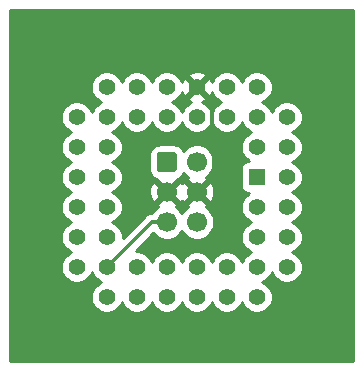
<source format=gbl>
%TF.GenerationSoftware,KiCad,Pcbnew,5.1.9+dfsg1-1+deb11u1*%
%TF.CreationDate,2022-11-30T10:20:37+01:00*%
%TF.ProjectId,A1200MPU-Adapter,41313230-304d-4505-952d-416461707465,2.0*%
%TF.SameCoordinates,Original*%
%TF.FileFunction,Copper,L2,Bot*%
%TF.FilePolarity,Positive*%
%FSLAX46Y46*%
G04 Gerber Fmt 4.6, Leading zero omitted, Abs format (unit mm)*
G04 Created by KiCad (PCBNEW 5.1.9+dfsg1-1+deb11u1) date 2022-11-30 10:20:37*
%MOMM*%
%LPD*%
G01*
G04 APERTURE LIST*
%TA.AperFunction,ComponentPad*%
%ADD10C,1.700000*%
%TD*%
%TA.AperFunction,ComponentPad*%
%ADD11R,1.422400X1.422400*%
%TD*%
%TA.AperFunction,ComponentPad*%
%ADD12C,1.422400*%
%TD*%
%TA.AperFunction,Conductor*%
%ADD13C,0.300000*%
%TD*%
%TA.AperFunction,Conductor*%
%ADD14C,0.254000*%
%TD*%
%TA.AperFunction,Conductor*%
%ADD15C,0.100000*%
%TD*%
G04 APERTURE END LIST*
%TO.P,P1,1*%
%TO.N,mKBD_CLOCK*%
%TA.AperFunction,ComponentPad*%
G36*
G01*
X145200000Y-102454000D02*
X145200000Y-101254000D01*
G75*
G02*
X145450000Y-101004000I250000J0D01*
G01*
X146650000Y-101004000D01*
G75*
G02*
X146900000Y-101254000I0J-250000D01*
G01*
X146900000Y-102454000D01*
G75*
G02*
X146650000Y-102704000I-250000J0D01*
G01*
X145450000Y-102704000D01*
G75*
G02*
X145200000Y-102454000I0J250000D01*
G01*
G37*
%TD.AperFunction*%
D10*
%TO.P,P1,3*%
%TO.N,GND*%
X146050000Y-104394000D03*
%TO.P,P1,5*%
%TO.N,mKBD_RESET*%
X146050000Y-106934000D03*
%TO.P,P1,2*%
%TO.N,mKBD_DATA*%
X148590000Y-101854000D03*
%TO.P,P1,4*%
%TO.N,GND*%
X148590000Y-104394000D03*
%TO.P,P1,6*%
%TO.N,VCC5V*%
X148590000Y-106934000D03*
%TD*%
D11*
%TO.P,U1,1*%
%TO.N,N/C*%
X153670000Y-103124000D03*
D12*
%TO.P,U1,3*%
X153670000Y-105664000D03*
%TO.P,U1,5*%
X153670000Y-108204000D03*
%TO.P,U1,43*%
%TO.N,mKBD_CLOCK*%
X153670000Y-100584000D03*
%TO.P,U1,41*%
%TO.N,N/C*%
X153670000Y-98044000D03*
%TO.P,U1,2*%
X156210000Y-105664000D03*
%TO.P,U1,4*%
X156210000Y-108204000D03*
%TO.P,U1,6*%
X156210000Y-110744000D03*
%TO.P,U1,44*%
%TO.N,mKBD_DATA*%
X156210000Y-103124000D03*
%TO.P,U1,42*%
%TO.N,N/C*%
X156210000Y-100584000D03*
%TO.P,U1,8*%
X153670000Y-110744000D03*
%TO.P,U1,10*%
X151130000Y-110744000D03*
%TO.P,U1,12*%
X148590000Y-110744000D03*
%TO.P,U1,14*%
X146050000Y-110744000D03*
%TO.P,U1,16*%
X143510000Y-110744000D03*
%TO.P,U1,7*%
X153670000Y-113284000D03*
%TO.P,U1,9*%
X151130000Y-113284000D03*
%TO.P,U1,11*%
%TO.N,VCC5V*%
X148590000Y-113284000D03*
%TO.P,U1,13*%
X146050000Y-113284000D03*
%TO.P,U1,15*%
%TO.N,N/C*%
X143510000Y-113284000D03*
%TO.P,U1,17*%
X140970000Y-113284000D03*
%TO.P,U1,19*%
%TO.N,mKBD_RESET*%
X140970000Y-110744000D03*
%TO.P,U1,21*%
%TO.N,N/C*%
X140970000Y-108204000D03*
%TO.P,U1,23*%
X140970000Y-105664000D03*
%TO.P,U1,25*%
X140970000Y-103124000D03*
%TO.P,U1,27*%
X140970000Y-100584000D03*
%TO.P,U1,29*%
X140970000Y-95504000D03*
%TO.P,U1,18*%
X138430000Y-110744000D03*
%TO.P,U1,20*%
X138430000Y-108204000D03*
%TO.P,U1,22*%
X138430000Y-105664000D03*
%TO.P,U1,24*%
X138430000Y-103124000D03*
%TO.P,U1,26*%
X138430000Y-100584000D03*
%TO.P,U1,28*%
X138430000Y-98044000D03*
%TO.P,U1,30*%
X140970000Y-98044000D03*
%TO.P,U1,32*%
X143510000Y-98044000D03*
%TO.P,U1,34*%
X146050000Y-98044000D03*
%TO.P,U1,36*%
X148590000Y-98044000D03*
%TO.P,U1,38*%
X151130000Y-98044000D03*
%TO.P,U1,40*%
X156210000Y-98044000D03*
%TO.P,U1,31*%
X143510000Y-95504000D03*
%TO.P,U1,33*%
X146050000Y-95504000D03*
%TO.P,U1,35*%
%TO.N,GND*%
X148590000Y-95504000D03*
%TO.P,U1,37*%
%TO.N,N/C*%
X151130000Y-95504000D03*
%TO.P,U1,39*%
X153670000Y-95504000D03*
%TD*%
D13*
%TO.N,GND*%
X148590000Y-104394000D02*
X150014000Y-102970000D01*
X150014000Y-102970000D02*
X150014000Y-99104000D01*
X150014000Y-99104000D02*
X149880000Y-98970000D01*
X149880000Y-98970000D02*
X149880000Y-96794000D01*
X149880000Y-96794000D02*
X148590000Y-95504000D01*
%TO.N,mKBD_RESET*%
X140970000Y-110744000D02*
X144780000Y-106934000D01*
X144780000Y-106934000D02*
X146050000Y-106934000D01*
%TD*%
D14*
%TO.N,GND*%
X161850001Y-118670000D02*
X132790000Y-118670000D01*
X132790000Y-97911411D01*
X137083800Y-97911411D01*
X137083800Y-98176589D01*
X137135533Y-98436672D01*
X137237013Y-98681665D01*
X137384338Y-98902153D01*
X137571847Y-99089662D01*
X137792335Y-99236987D01*
X137978260Y-99314000D01*
X137792335Y-99391013D01*
X137571847Y-99538338D01*
X137384338Y-99725847D01*
X137237013Y-99946335D01*
X137135533Y-100191328D01*
X137083800Y-100451411D01*
X137083800Y-100716589D01*
X137135533Y-100976672D01*
X137237013Y-101221665D01*
X137384338Y-101442153D01*
X137571847Y-101629662D01*
X137792335Y-101776987D01*
X137978260Y-101854000D01*
X137792335Y-101931013D01*
X137571847Y-102078338D01*
X137384338Y-102265847D01*
X137237013Y-102486335D01*
X137135533Y-102731328D01*
X137083800Y-102991411D01*
X137083800Y-103256589D01*
X137135533Y-103516672D01*
X137237013Y-103761665D01*
X137384338Y-103982153D01*
X137571847Y-104169662D01*
X137792335Y-104316987D01*
X137978260Y-104394000D01*
X137792335Y-104471013D01*
X137571847Y-104618338D01*
X137384338Y-104805847D01*
X137237013Y-105026335D01*
X137135533Y-105271328D01*
X137083800Y-105531411D01*
X137083800Y-105796589D01*
X137135533Y-106056672D01*
X137237013Y-106301665D01*
X137384338Y-106522153D01*
X137571847Y-106709662D01*
X137792335Y-106856987D01*
X137978260Y-106934000D01*
X137792335Y-107011013D01*
X137571847Y-107158338D01*
X137384338Y-107345847D01*
X137237013Y-107566335D01*
X137135533Y-107811328D01*
X137083800Y-108071411D01*
X137083800Y-108336589D01*
X137135533Y-108596672D01*
X137237013Y-108841665D01*
X137384338Y-109062153D01*
X137571847Y-109249662D01*
X137792335Y-109396987D01*
X137978260Y-109474000D01*
X137792335Y-109551013D01*
X137571847Y-109698338D01*
X137384338Y-109885847D01*
X137237013Y-110106335D01*
X137135533Y-110351328D01*
X137083800Y-110611411D01*
X137083800Y-110876589D01*
X137135533Y-111136672D01*
X137237013Y-111381665D01*
X137384338Y-111602153D01*
X137571847Y-111789662D01*
X137792335Y-111936987D01*
X138037328Y-112038467D01*
X138297411Y-112090200D01*
X138562589Y-112090200D01*
X138822672Y-112038467D01*
X139067665Y-111936987D01*
X139288153Y-111789662D01*
X139475662Y-111602153D01*
X139622987Y-111381665D01*
X139700000Y-111195740D01*
X139777013Y-111381665D01*
X139924338Y-111602153D01*
X140111847Y-111789662D01*
X140332335Y-111936987D01*
X140518260Y-112014000D01*
X140332335Y-112091013D01*
X140111847Y-112238338D01*
X139924338Y-112425847D01*
X139777013Y-112646335D01*
X139675533Y-112891328D01*
X139623800Y-113151411D01*
X139623800Y-113416589D01*
X139675533Y-113676672D01*
X139777013Y-113921665D01*
X139924338Y-114142153D01*
X140111847Y-114329662D01*
X140332335Y-114476987D01*
X140577328Y-114578467D01*
X140837411Y-114630200D01*
X141102589Y-114630200D01*
X141362672Y-114578467D01*
X141607665Y-114476987D01*
X141828153Y-114329662D01*
X142015662Y-114142153D01*
X142162987Y-113921665D01*
X142240000Y-113735740D01*
X142317013Y-113921665D01*
X142464338Y-114142153D01*
X142651847Y-114329662D01*
X142872335Y-114476987D01*
X143117328Y-114578467D01*
X143377411Y-114630200D01*
X143642589Y-114630200D01*
X143902672Y-114578467D01*
X144147665Y-114476987D01*
X144368153Y-114329662D01*
X144555662Y-114142153D01*
X144702987Y-113921665D01*
X144780000Y-113735740D01*
X144857013Y-113921665D01*
X145004338Y-114142153D01*
X145191847Y-114329662D01*
X145412335Y-114476987D01*
X145657328Y-114578467D01*
X145917411Y-114630200D01*
X146182589Y-114630200D01*
X146442672Y-114578467D01*
X146687665Y-114476987D01*
X146908153Y-114329662D01*
X147095662Y-114142153D01*
X147242987Y-113921665D01*
X147320000Y-113735740D01*
X147397013Y-113921665D01*
X147544338Y-114142153D01*
X147731847Y-114329662D01*
X147952335Y-114476987D01*
X148197328Y-114578467D01*
X148457411Y-114630200D01*
X148722589Y-114630200D01*
X148982672Y-114578467D01*
X149227665Y-114476987D01*
X149448153Y-114329662D01*
X149635662Y-114142153D01*
X149782987Y-113921665D01*
X149860000Y-113735740D01*
X149937013Y-113921665D01*
X150084338Y-114142153D01*
X150271847Y-114329662D01*
X150492335Y-114476987D01*
X150737328Y-114578467D01*
X150997411Y-114630200D01*
X151262589Y-114630200D01*
X151522672Y-114578467D01*
X151767665Y-114476987D01*
X151988153Y-114329662D01*
X152175662Y-114142153D01*
X152322987Y-113921665D01*
X152400000Y-113735740D01*
X152477013Y-113921665D01*
X152624338Y-114142153D01*
X152811847Y-114329662D01*
X153032335Y-114476987D01*
X153277328Y-114578467D01*
X153537411Y-114630200D01*
X153802589Y-114630200D01*
X154062672Y-114578467D01*
X154307665Y-114476987D01*
X154528153Y-114329662D01*
X154715662Y-114142153D01*
X154862987Y-113921665D01*
X154964467Y-113676672D01*
X155016200Y-113416589D01*
X155016200Y-113151411D01*
X154964467Y-112891328D01*
X154862987Y-112646335D01*
X154715662Y-112425847D01*
X154528153Y-112238338D01*
X154307665Y-112091013D01*
X154121740Y-112014000D01*
X154307665Y-111936987D01*
X154528153Y-111789662D01*
X154715662Y-111602153D01*
X154862987Y-111381665D01*
X154940000Y-111195740D01*
X155017013Y-111381665D01*
X155164338Y-111602153D01*
X155351847Y-111789662D01*
X155572335Y-111936987D01*
X155817328Y-112038467D01*
X156077411Y-112090200D01*
X156342589Y-112090200D01*
X156602672Y-112038467D01*
X156847665Y-111936987D01*
X157068153Y-111789662D01*
X157255662Y-111602153D01*
X157402987Y-111381665D01*
X157504467Y-111136672D01*
X157556200Y-110876589D01*
X157556200Y-110611411D01*
X157504467Y-110351328D01*
X157402987Y-110106335D01*
X157255662Y-109885847D01*
X157068153Y-109698338D01*
X156847665Y-109551013D01*
X156661740Y-109474000D01*
X156847665Y-109396987D01*
X157068153Y-109249662D01*
X157255662Y-109062153D01*
X157402987Y-108841665D01*
X157504467Y-108596672D01*
X157556200Y-108336589D01*
X157556200Y-108071411D01*
X157504467Y-107811328D01*
X157402987Y-107566335D01*
X157255662Y-107345847D01*
X157068153Y-107158338D01*
X156847665Y-107011013D01*
X156661740Y-106934000D01*
X156847665Y-106856987D01*
X157068153Y-106709662D01*
X157255662Y-106522153D01*
X157402987Y-106301665D01*
X157504467Y-106056672D01*
X157556200Y-105796589D01*
X157556200Y-105531411D01*
X157504467Y-105271328D01*
X157402987Y-105026335D01*
X157255662Y-104805847D01*
X157068153Y-104618338D01*
X156847665Y-104471013D01*
X156661740Y-104394000D01*
X156847665Y-104316987D01*
X157068153Y-104169662D01*
X157255662Y-103982153D01*
X157402987Y-103761665D01*
X157504467Y-103516672D01*
X157556200Y-103256589D01*
X157556200Y-102991411D01*
X157504467Y-102731328D01*
X157402987Y-102486335D01*
X157255662Y-102265847D01*
X157068153Y-102078338D01*
X156847665Y-101931013D01*
X156661740Y-101854000D01*
X156847665Y-101776987D01*
X157068153Y-101629662D01*
X157255662Y-101442153D01*
X157402987Y-101221665D01*
X157504467Y-100976672D01*
X157556200Y-100716589D01*
X157556200Y-100451411D01*
X157504467Y-100191328D01*
X157402987Y-99946335D01*
X157255662Y-99725847D01*
X157068153Y-99538338D01*
X156847665Y-99391013D01*
X156661740Y-99314000D01*
X156847665Y-99236987D01*
X157068153Y-99089662D01*
X157255662Y-98902153D01*
X157402987Y-98681665D01*
X157504467Y-98436672D01*
X157556200Y-98176589D01*
X157556200Y-97911411D01*
X157504467Y-97651328D01*
X157402987Y-97406335D01*
X157255662Y-97185847D01*
X157068153Y-96998338D01*
X156847665Y-96851013D01*
X156602672Y-96749533D01*
X156342589Y-96697800D01*
X156077411Y-96697800D01*
X155817328Y-96749533D01*
X155572335Y-96851013D01*
X155351847Y-96998338D01*
X155164338Y-97185847D01*
X155017013Y-97406335D01*
X154940000Y-97592260D01*
X154862987Y-97406335D01*
X154715662Y-97185847D01*
X154528153Y-96998338D01*
X154307665Y-96851013D01*
X154121740Y-96774000D01*
X154307665Y-96696987D01*
X154528153Y-96549662D01*
X154715662Y-96362153D01*
X154862987Y-96141665D01*
X154964467Y-95896672D01*
X155016200Y-95636589D01*
X155016200Y-95371411D01*
X154964467Y-95111328D01*
X154862987Y-94866335D01*
X154715662Y-94645847D01*
X154528153Y-94458338D01*
X154307665Y-94311013D01*
X154062672Y-94209533D01*
X153802589Y-94157800D01*
X153537411Y-94157800D01*
X153277328Y-94209533D01*
X153032335Y-94311013D01*
X152811847Y-94458338D01*
X152624338Y-94645847D01*
X152477013Y-94866335D01*
X152400000Y-95052260D01*
X152322987Y-94866335D01*
X152175662Y-94645847D01*
X151988153Y-94458338D01*
X151767665Y-94311013D01*
X151522672Y-94209533D01*
X151262589Y-94157800D01*
X150997411Y-94157800D01*
X150737328Y-94209533D01*
X150492335Y-94311013D01*
X150271847Y-94458338D01*
X150084338Y-94645847D01*
X149937013Y-94866335D01*
X149859031Y-95054600D01*
X149809542Y-94918720D01*
X149754183Y-94815152D01*
X149519273Y-94754332D01*
X148769605Y-95504000D01*
X149519273Y-96253668D01*
X149754183Y-96192848D01*
X149862206Y-95961066D01*
X149937013Y-96141665D01*
X150084338Y-96362153D01*
X150271847Y-96549662D01*
X150492335Y-96696987D01*
X150678260Y-96774000D01*
X150492335Y-96851013D01*
X150271847Y-96998338D01*
X150084338Y-97185847D01*
X149937013Y-97406335D01*
X149860000Y-97592260D01*
X149782987Y-97406335D01*
X149635662Y-97185847D01*
X149448153Y-96998338D01*
X149227665Y-96851013D01*
X149039400Y-96773031D01*
X149175280Y-96723542D01*
X149278848Y-96668183D01*
X149339668Y-96433273D01*
X148590000Y-95683605D01*
X147840332Y-96433273D01*
X147901152Y-96668183D01*
X148132934Y-96776206D01*
X147952335Y-96851013D01*
X147731847Y-96998338D01*
X147544338Y-97185847D01*
X147397013Y-97406335D01*
X147320000Y-97592260D01*
X147242987Y-97406335D01*
X147095662Y-97185847D01*
X146908153Y-96998338D01*
X146687665Y-96851013D01*
X146501740Y-96774000D01*
X146687665Y-96696987D01*
X146908153Y-96549662D01*
X147095662Y-96362153D01*
X147242987Y-96141665D01*
X147320969Y-95953400D01*
X147370458Y-96089280D01*
X147425817Y-96192848D01*
X147660727Y-96253668D01*
X148410395Y-95504000D01*
X147660727Y-94754332D01*
X147425817Y-94815152D01*
X147317794Y-95046934D01*
X147242987Y-94866335D01*
X147095662Y-94645847D01*
X147024542Y-94574727D01*
X147840332Y-94574727D01*
X148590000Y-95324395D01*
X149339668Y-94574727D01*
X149278848Y-94339817D01*
X149038491Y-94227798D01*
X148780898Y-94164824D01*
X148515970Y-94153313D01*
X148253887Y-94193709D01*
X148004720Y-94284458D01*
X147901152Y-94339817D01*
X147840332Y-94574727D01*
X147024542Y-94574727D01*
X146908153Y-94458338D01*
X146687665Y-94311013D01*
X146442672Y-94209533D01*
X146182589Y-94157800D01*
X145917411Y-94157800D01*
X145657328Y-94209533D01*
X145412335Y-94311013D01*
X145191847Y-94458338D01*
X145004338Y-94645847D01*
X144857013Y-94866335D01*
X144780000Y-95052260D01*
X144702987Y-94866335D01*
X144555662Y-94645847D01*
X144368153Y-94458338D01*
X144147665Y-94311013D01*
X143902672Y-94209533D01*
X143642589Y-94157800D01*
X143377411Y-94157800D01*
X143117328Y-94209533D01*
X142872335Y-94311013D01*
X142651847Y-94458338D01*
X142464338Y-94645847D01*
X142317013Y-94866335D01*
X142240000Y-95052260D01*
X142162987Y-94866335D01*
X142015662Y-94645847D01*
X141828153Y-94458338D01*
X141607665Y-94311013D01*
X141362672Y-94209533D01*
X141102589Y-94157800D01*
X140837411Y-94157800D01*
X140577328Y-94209533D01*
X140332335Y-94311013D01*
X140111847Y-94458338D01*
X139924338Y-94645847D01*
X139777013Y-94866335D01*
X139675533Y-95111328D01*
X139623800Y-95371411D01*
X139623800Y-95636589D01*
X139675533Y-95896672D01*
X139777013Y-96141665D01*
X139924338Y-96362153D01*
X140111847Y-96549662D01*
X140332335Y-96696987D01*
X140518260Y-96774000D01*
X140332335Y-96851013D01*
X140111847Y-96998338D01*
X139924338Y-97185847D01*
X139777013Y-97406335D01*
X139700000Y-97592260D01*
X139622987Y-97406335D01*
X139475662Y-97185847D01*
X139288153Y-96998338D01*
X139067665Y-96851013D01*
X138822672Y-96749533D01*
X138562589Y-96697800D01*
X138297411Y-96697800D01*
X138037328Y-96749533D01*
X137792335Y-96851013D01*
X137571847Y-96998338D01*
X137384338Y-97185847D01*
X137237013Y-97406335D01*
X137135533Y-97651328D01*
X137083800Y-97911411D01*
X132790000Y-97911411D01*
X132790000Y-88975000D01*
X161850000Y-88975000D01*
X161850001Y-118670000D01*
%TA.AperFunction,Conductor*%
D15*
G36*
X161850001Y-118670000D02*
G01*
X132790000Y-118670000D01*
X132790000Y-97911411D01*
X137083800Y-97911411D01*
X137083800Y-98176589D01*
X137135533Y-98436672D01*
X137237013Y-98681665D01*
X137384338Y-98902153D01*
X137571847Y-99089662D01*
X137792335Y-99236987D01*
X137978260Y-99314000D01*
X137792335Y-99391013D01*
X137571847Y-99538338D01*
X137384338Y-99725847D01*
X137237013Y-99946335D01*
X137135533Y-100191328D01*
X137083800Y-100451411D01*
X137083800Y-100716589D01*
X137135533Y-100976672D01*
X137237013Y-101221665D01*
X137384338Y-101442153D01*
X137571847Y-101629662D01*
X137792335Y-101776987D01*
X137978260Y-101854000D01*
X137792335Y-101931013D01*
X137571847Y-102078338D01*
X137384338Y-102265847D01*
X137237013Y-102486335D01*
X137135533Y-102731328D01*
X137083800Y-102991411D01*
X137083800Y-103256589D01*
X137135533Y-103516672D01*
X137237013Y-103761665D01*
X137384338Y-103982153D01*
X137571847Y-104169662D01*
X137792335Y-104316987D01*
X137978260Y-104394000D01*
X137792335Y-104471013D01*
X137571847Y-104618338D01*
X137384338Y-104805847D01*
X137237013Y-105026335D01*
X137135533Y-105271328D01*
X137083800Y-105531411D01*
X137083800Y-105796589D01*
X137135533Y-106056672D01*
X137237013Y-106301665D01*
X137384338Y-106522153D01*
X137571847Y-106709662D01*
X137792335Y-106856987D01*
X137978260Y-106934000D01*
X137792335Y-107011013D01*
X137571847Y-107158338D01*
X137384338Y-107345847D01*
X137237013Y-107566335D01*
X137135533Y-107811328D01*
X137083800Y-108071411D01*
X137083800Y-108336589D01*
X137135533Y-108596672D01*
X137237013Y-108841665D01*
X137384338Y-109062153D01*
X137571847Y-109249662D01*
X137792335Y-109396987D01*
X137978260Y-109474000D01*
X137792335Y-109551013D01*
X137571847Y-109698338D01*
X137384338Y-109885847D01*
X137237013Y-110106335D01*
X137135533Y-110351328D01*
X137083800Y-110611411D01*
X137083800Y-110876589D01*
X137135533Y-111136672D01*
X137237013Y-111381665D01*
X137384338Y-111602153D01*
X137571847Y-111789662D01*
X137792335Y-111936987D01*
X138037328Y-112038467D01*
X138297411Y-112090200D01*
X138562589Y-112090200D01*
X138822672Y-112038467D01*
X139067665Y-111936987D01*
X139288153Y-111789662D01*
X139475662Y-111602153D01*
X139622987Y-111381665D01*
X139700000Y-111195740D01*
X139777013Y-111381665D01*
X139924338Y-111602153D01*
X140111847Y-111789662D01*
X140332335Y-111936987D01*
X140518260Y-112014000D01*
X140332335Y-112091013D01*
X140111847Y-112238338D01*
X139924338Y-112425847D01*
X139777013Y-112646335D01*
X139675533Y-112891328D01*
X139623800Y-113151411D01*
X139623800Y-113416589D01*
X139675533Y-113676672D01*
X139777013Y-113921665D01*
X139924338Y-114142153D01*
X140111847Y-114329662D01*
X140332335Y-114476987D01*
X140577328Y-114578467D01*
X140837411Y-114630200D01*
X141102589Y-114630200D01*
X141362672Y-114578467D01*
X141607665Y-114476987D01*
X141828153Y-114329662D01*
X142015662Y-114142153D01*
X142162987Y-113921665D01*
X142240000Y-113735740D01*
X142317013Y-113921665D01*
X142464338Y-114142153D01*
X142651847Y-114329662D01*
X142872335Y-114476987D01*
X143117328Y-114578467D01*
X143377411Y-114630200D01*
X143642589Y-114630200D01*
X143902672Y-114578467D01*
X144147665Y-114476987D01*
X144368153Y-114329662D01*
X144555662Y-114142153D01*
X144702987Y-113921665D01*
X144780000Y-113735740D01*
X144857013Y-113921665D01*
X145004338Y-114142153D01*
X145191847Y-114329662D01*
X145412335Y-114476987D01*
X145657328Y-114578467D01*
X145917411Y-114630200D01*
X146182589Y-114630200D01*
X146442672Y-114578467D01*
X146687665Y-114476987D01*
X146908153Y-114329662D01*
X147095662Y-114142153D01*
X147242987Y-113921665D01*
X147320000Y-113735740D01*
X147397013Y-113921665D01*
X147544338Y-114142153D01*
X147731847Y-114329662D01*
X147952335Y-114476987D01*
X148197328Y-114578467D01*
X148457411Y-114630200D01*
X148722589Y-114630200D01*
X148982672Y-114578467D01*
X149227665Y-114476987D01*
X149448153Y-114329662D01*
X149635662Y-114142153D01*
X149782987Y-113921665D01*
X149860000Y-113735740D01*
X149937013Y-113921665D01*
X150084338Y-114142153D01*
X150271847Y-114329662D01*
X150492335Y-114476987D01*
X150737328Y-114578467D01*
X150997411Y-114630200D01*
X151262589Y-114630200D01*
X151522672Y-114578467D01*
X151767665Y-114476987D01*
X151988153Y-114329662D01*
X152175662Y-114142153D01*
X152322987Y-113921665D01*
X152400000Y-113735740D01*
X152477013Y-113921665D01*
X152624338Y-114142153D01*
X152811847Y-114329662D01*
X153032335Y-114476987D01*
X153277328Y-114578467D01*
X153537411Y-114630200D01*
X153802589Y-114630200D01*
X154062672Y-114578467D01*
X154307665Y-114476987D01*
X154528153Y-114329662D01*
X154715662Y-114142153D01*
X154862987Y-113921665D01*
X154964467Y-113676672D01*
X155016200Y-113416589D01*
X155016200Y-113151411D01*
X154964467Y-112891328D01*
X154862987Y-112646335D01*
X154715662Y-112425847D01*
X154528153Y-112238338D01*
X154307665Y-112091013D01*
X154121740Y-112014000D01*
X154307665Y-111936987D01*
X154528153Y-111789662D01*
X154715662Y-111602153D01*
X154862987Y-111381665D01*
X154940000Y-111195740D01*
X155017013Y-111381665D01*
X155164338Y-111602153D01*
X155351847Y-111789662D01*
X155572335Y-111936987D01*
X155817328Y-112038467D01*
X156077411Y-112090200D01*
X156342589Y-112090200D01*
X156602672Y-112038467D01*
X156847665Y-111936987D01*
X157068153Y-111789662D01*
X157255662Y-111602153D01*
X157402987Y-111381665D01*
X157504467Y-111136672D01*
X157556200Y-110876589D01*
X157556200Y-110611411D01*
X157504467Y-110351328D01*
X157402987Y-110106335D01*
X157255662Y-109885847D01*
X157068153Y-109698338D01*
X156847665Y-109551013D01*
X156661740Y-109474000D01*
X156847665Y-109396987D01*
X157068153Y-109249662D01*
X157255662Y-109062153D01*
X157402987Y-108841665D01*
X157504467Y-108596672D01*
X157556200Y-108336589D01*
X157556200Y-108071411D01*
X157504467Y-107811328D01*
X157402987Y-107566335D01*
X157255662Y-107345847D01*
X157068153Y-107158338D01*
X156847665Y-107011013D01*
X156661740Y-106934000D01*
X156847665Y-106856987D01*
X157068153Y-106709662D01*
X157255662Y-106522153D01*
X157402987Y-106301665D01*
X157504467Y-106056672D01*
X157556200Y-105796589D01*
X157556200Y-105531411D01*
X157504467Y-105271328D01*
X157402987Y-105026335D01*
X157255662Y-104805847D01*
X157068153Y-104618338D01*
X156847665Y-104471013D01*
X156661740Y-104394000D01*
X156847665Y-104316987D01*
X157068153Y-104169662D01*
X157255662Y-103982153D01*
X157402987Y-103761665D01*
X157504467Y-103516672D01*
X157556200Y-103256589D01*
X157556200Y-102991411D01*
X157504467Y-102731328D01*
X157402987Y-102486335D01*
X157255662Y-102265847D01*
X157068153Y-102078338D01*
X156847665Y-101931013D01*
X156661740Y-101854000D01*
X156847665Y-101776987D01*
X157068153Y-101629662D01*
X157255662Y-101442153D01*
X157402987Y-101221665D01*
X157504467Y-100976672D01*
X157556200Y-100716589D01*
X157556200Y-100451411D01*
X157504467Y-100191328D01*
X157402987Y-99946335D01*
X157255662Y-99725847D01*
X157068153Y-99538338D01*
X156847665Y-99391013D01*
X156661740Y-99314000D01*
X156847665Y-99236987D01*
X157068153Y-99089662D01*
X157255662Y-98902153D01*
X157402987Y-98681665D01*
X157504467Y-98436672D01*
X157556200Y-98176589D01*
X157556200Y-97911411D01*
X157504467Y-97651328D01*
X157402987Y-97406335D01*
X157255662Y-97185847D01*
X157068153Y-96998338D01*
X156847665Y-96851013D01*
X156602672Y-96749533D01*
X156342589Y-96697800D01*
X156077411Y-96697800D01*
X155817328Y-96749533D01*
X155572335Y-96851013D01*
X155351847Y-96998338D01*
X155164338Y-97185847D01*
X155017013Y-97406335D01*
X154940000Y-97592260D01*
X154862987Y-97406335D01*
X154715662Y-97185847D01*
X154528153Y-96998338D01*
X154307665Y-96851013D01*
X154121740Y-96774000D01*
X154307665Y-96696987D01*
X154528153Y-96549662D01*
X154715662Y-96362153D01*
X154862987Y-96141665D01*
X154964467Y-95896672D01*
X155016200Y-95636589D01*
X155016200Y-95371411D01*
X154964467Y-95111328D01*
X154862987Y-94866335D01*
X154715662Y-94645847D01*
X154528153Y-94458338D01*
X154307665Y-94311013D01*
X154062672Y-94209533D01*
X153802589Y-94157800D01*
X153537411Y-94157800D01*
X153277328Y-94209533D01*
X153032335Y-94311013D01*
X152811847Y-94458338D01*
X152624338Y-94645847D01*
X152477013Y-94866335D01*
X152400000Y-95052260D01*
X152322987Y-94866335D01*
X152175662Y-94645847D01*
X151988153Y-94458338D01*
X151767665Y-94311013D01*
X151522672Y-94209533D01*
X151262589Y-94157800D01*
X150997411Y-94157800D01*
X150737328Y-94209533D01*
X150492335Y-94311013D01*
X150271847Y-94458338D01*
X150084338Y-94645847D01*
X149937013Y-94866335D01*
X149859031Y-95054600D01*
X149809542Y-94918720D01*
X149754183Y-94815152D01*
X149519273Y-94754332D01*
X148769605Y-95504000D01*
X149519273Y-96253668D01*
X149754183Y-96192848D01*
X149862206Y-95961066D01*
X149937013Y-96141665D01*
X150084338Y-96362153D01*
X150271847Y-96549662D01*
X150492335Y-96696987D01*
X150678260Y-96774000D01*
X150492335Y-96851013D01*
X150271847Y-96998338D01*
X150084338Y-97185847D01*
X149937013Y-97406335D01*
X149860000Y-97592260D01*
X149782987Y-97406335D01*
X149635662Y-97185847D01*
X149448153Y-96998338D01*
X149227665Y-96851013D01*
X149039400Y-96773031D01*
X149175280Y-96723542D01*
X149278848Y-96668183D01*
X149339668Y-96433273D01*
X148590000Y-95683605D01*
X147840332Y-96433273D01*
X147901152Y-96668183D01*
X148132934Y-96776206D01*
X147952335Y-96851013D01*
X147731847Y-96998338D01*
X147544338Y-97185847D01*
X147397013Y-97406335D01*
X147320000Y-97592260D01*
X147242987Y-97406335D01*
X147095662Y-97185847D01*
X146908153Y-96998338D01*
X146687665Y-96851013D01*
X146501740Y-96774000D01*
X146687665Y-96696987D01*
X146908153Y-96549662D01*
X147095662Y-96362153D01*
X147242987Y-96141665D01*
X147320969Y-95953400D01*
X147370458Y-96089280D01*
X147425817Y-96192848D01*
X147660727Y-96253668D01*
X148410395Y-95504000D01*
X147660727Y-94754332D01*
X147425817Y-94815152D01*
X147317794Y-95046934D01*
X147242987Y-94866335D01*
X147095662Y-94645847D01*
X147024542Y-94574727D01*
X147840332Y-94574727D01*
X148590000Y-95324395D01*
X149339668Y-94574727D01*
X149278848Y-94339817D01*
X149038491Y-94227798D01*
X148780898Y-94164824D01*
X148515970Y-94153313D01*
X148253887Y-94193709D01*
X148004720Y-94284458D01*
X147901152Y-94339817D01*
X147840332Y-94574727D01*
X147024542Y-94574727D01*
X146908153Y-94458338D01*
X146687665Y-94311013D01*
X146442672Y-94209533D01*
X146182589Y-94157800D01*
X145917411Y-94157800D01*
X145657328Y-94209533D01*
X145412335Y-94311013D01*
X145191847Y-94458338D01*
X145004338Y-94645847D01*
X144857013Y-94866335D01*
X144780000Y-95052260D01*
X144702987Y-94866335D01*
X144555662Y-94645847D01*
X144368153Y-94458338D01*
X144147665Y-94311013D01*
X143902672Y-94209533D01*
X143642589Y-94157800D01*
X143377411Y-94157800D01*
X143117328Y-94209533D01*
X142872335Y-94311013D01*
X142651847Y-94458338D01*
X142464338Y-94645847D01*
X142317013Y-94866335D01*
X142240000Y-95052260D01*
X142162987Y-94866335D01*
X142015662Y-94645847D01*
X141828153Y-94458338D01*
X141607665Y-94311013D01*
X141362672Y-94209533D01*
X141102589Y-94157800D01*
X140837411Y-94157800D01*
X140577328Y-94209533D01*
X140332335Y-94311013D01*
X140111847Y-94458338D01*
X139924338Y-94645847D01*
X139777013Y-94866335D01*
X139675533Y-95111328D01*
X139623800Y-95371411D01*
X139623800Y-95636589D01*
X139675533Y-95896672D01*
X139777013Y-96141665D01*
X139924338Y-96362153D01*
X140111847Y-96549662D01*
X140332335Y-96696987D01*
X140518260Y-96774000D01*
X140332335Y-96851013D01*
X140111847Y-96998338D01*
X139924338Y-97185847D01*
X139777013Y-97406335D01*
X139700000Y-97592260D01*
X139622987Y-97406335D01*
X139475662Y-97185847D01*
X139288153Y-96998338D01*
X139067665Y-96851013D01*
X138822672Y-96749533D01*
X138562589Y-96697800D01*
X138297411Y-96697800D01*
X138037328Y-96749533D01*
X137792335Y-96851013D01*
X137571847Y-96998338D01*
X137384338Y-97185847D01*
X137237013Y-97406335D01*
X137135533Y-97651328D01*
X137083800Y-97911411D01*
X132790000Y-97911411D01*
X132790000Y-88975000D01*
X161850000Y-88975000D01*
X161850001Y-118670000D01*
G37*
%TD.AperFunction*%
D14*
X152477013Y-98681665D02*
X152624338Y-98902153D01*
X152811847Y-99089662D01*
X153032335Y-99236987D01*
X153218260Y-99314000D01*
X153032335Y-99391013D01*
X152811847Y-99538338D01*
X152624338Y-99725847D01*
X152477013Y-99946335D01*
X152375533Y-100191328D01*
X152323800Y-100451411D01*
X152323800Y-100716589D01*
X152375533Y-100976672D01*
X152477013Y-101221665D01*
X152624338Y-101442153D01*
X152811847Y-101629662D01*
X153028954Y-101774728D01*
X152958800Y-101774728D01*
X152834318Y-101786988D01*
X152714620Y-101823298D01*
X152604306Y-101882263D01*
X152507615Y-101961615D01*
X152428263Y-102058306D01*
X152369298Y-102168620D01*
X152332988Y-102288318D01*
X152320728Y-102412800D01*
X152320728Y-103835200D01*
X152332988Y-103959682D01*
X152369298Y-104079380D01*
X152428263Y-104189694D01*
X152507615Y-104286385D01*
X152604306Y-104365737D01*
X152714620Y-104424702D01*
X152834318Y-104461012D01*
X152958800Y-104473272D01*
X153028954Y-104473272D01*
X152811847Y-104618338D01*
X152624338Y-104805847D01*
X152477013Y-105026335D01*
X152375533Y-105271328D01*
X152323800Y-105531411D01*
X152323800Y-105796589D01*
X152375533Y-106056672D01*
X152477013Y-106301665D01*
X152624338Y-106522153D01*
X152811847Y-106709662D01*
X153032335Y-106856987D01*
X153218260Y-106934000D01*
X153032335Y-107011013D01*
X152811847Y-107158338D01*
X152624338Y-107345847D01*
X152477013Y-107566335D01*
X152375533Y-107811328D01*
X152323800Y-108071411D01*
X152323800Y-108336589D01*
X152375533Y-108596672D01*
X152477013Y-108841665D01*
X152624338Y-109062153D01*
X152811847Y-109249662D01*
X153032335Y-109396987D01*
X153218260Y-109474000D01*
X153032335Y-109551013D01*
X152811847Y-109698338D01*
X152624338Y-109885847D01*
X152477013Y-110106335D01*
X152400000Y-110292260D01*
X152322987Y-110106335D01*
X152175662Y-109885847D01*
X151988153Y-109698338D01*
X151767665Y-109551013D01*
X151522672Y-109449533D01*
X151262589Y-109397800D01*
X150997411Y-109397800D01*
X150737328Y-109449533D01*
X150492335Y-109551013D01*
X150271847Y-109698338D01*
X150084338Y-109885847D01*
X149937013Y-110106335D01*
X149860000Y-110292260D01*
X149782987Y-110106335D01*
X149635662Y-109885847D01*
X149448153Y-109698338D01*
X149227665Y-109551013D01*
X148982672Y-109449533D01*
X148722589Y-109397800D01*
X148457411Y-109397800D01*
X148197328Y-109449533D01*
X147952335Y-109551013D01*
X147731847Y-109698338D01*
X147544338Y-109885847D01*
X147397013Y-110106335D01*
X147320000Y-110292260D01*
X147242987Y-110106335D01*
X147095662Y-109885847D01*
X146908153Y-109698338D01*
X146687665Y-109551013D01*
X146442672Y-109449533D01*
X146182589Y-109397800D01*
X145917411Y-109397800D01*
X145657328Y-109449533D01*
X145412335Y-109551013D01*
X145191847Y-109698338D01*
X145004338Y-109885847D01*
X144857013Y-110106335D01*
X144780000Y-110292260D01*
X144702987Y-110106335D01*
X144555662Y-109885847D01*
X144368153Y-109698338D01*
X144147665Y-109551013D01*
X143902672Y-109449533D01*
X143642589Y-109397800D01*
X143426357Y-109397800D01*
X144920025Y-107904132D01*
X145103368Y-108087475D01*
X145346589Y-108249990D01*
X145616842Y-108361932D01*
X145903740Y-108419000D01*
X146196260Y-108419000D01*
X146483158Y-108361932D01*
X146753411Y-108249990D01*
X146996632Y-108087475D01*
X147203475Y-107880632D01*
X147320000Y-107706240D01*
X147436525Y-107880632D01*
X147643368Y-108087475D01*
X147886589Y-108249990D01*
X148156842Y-108361932D01*
X148443740Y-108419000D01*
X148736260Y-108419000D01*
X149023158Y-108361932D01*
X149293411Y-108249990D01*
X149536632Y-108087475D01*
X149743475Y-107880632D01*
X149905990Y-107637411D01*
X150017932Y-107367158D01*
X150075000Y-107080260D01*
X150075000Y-106787740D01*
X150017932Y-106500842D01*
X149905990Y-106230589D01*
X149743475Y-105987368D01*
X149536632Y-105780525D01*
X149363271Y-105664689D01*
X149438792Y-105422397D01*
X148590000Y-104573605D01*
X147741208Y-105422397D01*
X147816729Y-105664689D01*
X147643368Y-105780525D01*
X147436525Y-105987368D01*
X147320000Y-106161760D01*
X147203475Y-105987368D01*
X146996632Y-105780525D01*
X146823271Y-105664689D01*
X146898792Y-105422397D01*
X146050000Y-104573605D01*
X145201208Y-105422397D01*
X145276729Y-105664689D01*
X145103368Y-105780525D01*
X144896525Y-105987368D01*
X144790380Y-106146225D01*
X144780000Y-106145203D01*
X144741444Y-106149000D01*
X144741439Y-106149000D01*
X144701026Y-106152980D01*
X144626113Y-106160358D01*
X144478140Y-106205246D01*
X144341767Y-106278138D01*
X144222236Y-106376236D01*
X144197653Y-106406190D01*
X142316200Y-108287643D01*
X142316200Y-108071411D01*
X142264467Y-107811328D01*
X142162987Y-107566335D01*
X142015662Y-107345847D01*
X141828153Y-107158338D01*
X141607665Y-107011013D01*
X141421740Y-106934000D01*
X141607665Y-106856987D01*
X141828153Y-106709662D01*
X142015662Y-106522153D01*
X142162987Y-106301665D01*
X142264467Y-106056672D01*
X142316200Y-105796589D01*
X142316200Y-105531411D01*
X142264467Y-105271328D01*
X142162987Y-105026335D01*
X142015662Y-104805847D01*
X141828153Y-104618338D01*
X141607665Y-104471013D01*
X141587188Y-104462531D01*
X144559389Y-104462531D01*
X144601401Y-104752019D01*
X144699081Y-105027747D01*
X144772528Y-105165157D01*
X145021603Y-105242792D01*
X145870395Y-104394000D01*
X146229605Y-104394000D01*
X147078397Y-105242792D01*
X147320000Y-105167486D01*
X147561603Y-105242792D01*
X148410395Y-104394000D01*
X148769605Y-104394000D01*
X149618397Y-105242792D01*
X149867472Y-105165157D01*
X149993371Y-104901117D01*
X150065339Y-104617589D01*
X150080611Y-104325469D01*
X150038599Y-104035981D01*
X149940919Y-103760253D01*
X149867472Y-103622843D01*
X149618397Y-103545208D01*
X148769605Y-104394000D01*
X148410395Y-104394000D01*
X147561603Y-103545208D01*
X147320000Y-103620514D01*
X147078397Y-103545208D01*
X146229605Y-104394000D01*
X145870395Y-104394000D01*
X145021603Y-103545208D01*
X144772528Y-103622843D01*
X144646629Y-103886883D01*
X144574661Y-104170411D01*
X144559389Y-104462531D01*
X141587188Y-104462531D01*
X141421740Y-104394000D01*
X141607665Y-104316987D01*
X141828153Y-104169662D01*
X142015662Y-103982153D01*
X142162987Y-103761665D01*
X142264467Y-103516672D01*
X142316200Y-103256589D01*
X142316200Y-102991411D01*
X142264467Y-102731328D01*
X142162987Y-102486335D01*
X142015662Y-102265847D01*
X141828153Y-102078338D01*
X141607665Y-101931013D01*
X141421740Y-101854000D01*
X141607665Y-101776987D01*
X141828153Y-101629662D01*
X142015662Y-101442153D01*
X142141381Y-101254000D01*
X144561928Y-101254000D01*
X144561928Y-102454000D01*
X144578992Y-102627254D01*
X144629528Y-102793850D01*
X144711595Y-102947386D01*
X144822038Y-103081962D01*
X144956614Y-103192405D01*
X145110150Y-103274472D01*
X145219293Y-103307580D01*
X145201208Y-103365603D01*
X146050000Y-104214395D01*
X146898792Y-103365603D01*
X146880707Y-103307580D01*
X146989850Y-103274472D01*
X147143386Y-103192405D01*
X147277962Y-103081962D01*
X147388405Y-102947386D01*
X147456285Y-102820392D01*
X147643368Y-103007475D01*
X147816729Y-103123311D01*
X147741208Y-103365603D01*
X148590000Y-104214395D01*
X149438792Y-103365603D01*
X149363271Y-103123311D01*
X149536632Y-103007475D01*
X149743475Y-102800632D01*
X149905990Y-102557411D01*
X150017932Y-102287158D01*
X150075000Y-102000260D01*
X150075000Y-101707740D01*
X150017932Y-101420842D01*
X149905990Y-101150589D01*
X149743475Y-100907368D01*
X149536632Y-100700525D01*
X149293411Y-100538010D01*
X149023158Y-100426068D01*
X148736260Y-100369000D01*
X148443740Y-100369000D01*
X148156842Y-100426068D01*
X147886589Y-100538010D01*
X147643368Y-100700525D01*
X147456285Y-100887608D01*
X147388405Y-100760614D01*
X147277962Y-100626038D01*
X147143386Y-100515595D01*
X146989850Y-100433528D01*
X146823254Y-100382992D01*
X146650000Y-100365928D01*
X145450000Y-100365928D01*
X145276746Y-100382992D01*
X145110150Y-100433528D01*
X144956614Y-100515595D01*
X144822038Y-100626038D01*
X144711595Y-100760614D01*
X144629528Y-100914150D01*
X144578992Y-101080746D01*
X144561928Y-101254000D01*
X142141381Y-101254000D01*
X142162987Y-101221665D01*
X142264467Y-100976672D01*
X142316200Y-100716589D01*
X142316200Y-100451411D01*
X142264467Y-100191328D01*
X142162987Y-99946335D01*
X142015662Y-99725847D01*
X141828153Y-99538338D01*
X141607665Y-99391013D01*
X141421740Y-99314000D01*
X141607665Y-99236987D01*
X141828153Y-99089662D01*
X142015662Y-98902153D01*
X142162987Y-98681665D01*
X142240000Y-98495740D01*
X142317013Y-98681665D01*
X142464338Y-98902153D01*
X142651847Y-99089662D01*
X142872335Y-99236987D01*
X143117328Y-99338467D01*
X143377411Y-99390200D01*
X143642589Y-99390200D01*
X143902672Y-99338467D01*
X144147665Y-99236987D01*
X144368153Y-99089662D01*
X144555662Y-98902153D01*
X144702987Y-98681665D01*
X144780000Y-98495740D01*
X144857013Y-98681665D01*
X145004338Y-98902153D01*
X145191847Y-99089662D01*
X145412335Y-99236987D01*
X145657328Y-99338467D01*
X145917411Y-99390200D01*
X146182589Y-99390200D01*
X146442672Y-99338467D01*
X146687665Y-99236987D01*
X146908153Y-99089662D01*
X147095662Y-98902153D01*
X147242987Y-98681665D01*
X147320000Y-98495740D01*
X147397013Y-98681665D01*
X147544338Y-98902153D01*
X147731847Y-99089662D01*
X147952335Y-99236987D01*
X148197328Y-99338467D01*
X148457411Y-99390200D01*
X148722589Y-99390200D01*
X148982672Y-99338467D01*
X149227665Y-99236987D01*
X149448153Y-99089662D01*
X149635662Y-98902153D01*
X149782987Y-98681665D01*
X149860000Y-98495740D01*
X149937013Y-98681665D01*
X150084338Y-98902153D01*
X150271847Y-99089662D01*
X150492335Y-99236987D01*
X150737328Y-99338467D01*
X150997411Y-99390200D01*
X151262589Y-99390200D01*
X151522672Y-99338467D01*
X151767665Y-99236987D01*
X151988153Y-99089662D01*
X152175662Y-98902153D01*
X152322987Y-98681665D01*
X152400000Y-98495740D01*
X152477013Y-98681665D01*
%TA.AperFunction,Conductor*%
D15*
G36*
X152477013Y-98681665D02*
G01*
X152624338Y-98902153D01*
X152811847Y-99089662D01*
X153032335Y-99236987D01*
X153218260Y-99314000D01*
X153032335Y-99391013D01*
X152811847Y-99538338D01*
X152624338Y-99725847D01*
X152477013Y-99946335D01*
X152375533Y-100191328D01*
X152323800Y-100451411D01*
X152323800Y-100716589D01*
X152375533Y-100976672D01*
X152477013Y-101221665D01*
X152624338Y-101442153D01*
X152811847Y-101629662D01*
X153028954Y-101774728D01*
X152958800Y-101774728D01*
X152834318Y-101786988D01*
X152714620Y-101823298D01*
X152604306Y-101882263D01*
X152507615Y-101961615D01*
X152428263Y-102058306D01*
X152369298Y-102168620D01*
X152332988Y-102288318D01*
X152320728Y-102412800D01*
X152320728Y-103835200D01*
X152332988Y-103959682D01*
X152369298Y-104079380D01*
X152428263Y-104189694D01*
X152507615Y-104286385D01*
X152604306Y-104365737D01*
X152714620Y-104424702D01*
X152834318Y-104461012D01*
X152958800Y-104473272D01*
X153028954Y-104473272D01*
X152811847Y-104618338D01*
X152624338Y-104805847D01*
X152477013Y-105026335D01*
X152375533Y-105271328D01*
X152323800Y-105531411D01*
X152323800Y-105796589D01*
X152375533Y-106056672D01*
X152477013Y-106301665D01*
X152624338Y-106522153D01*
X152811847Y-106709662D01*
X153032335Y-106856987D01*
X153218260Y-106934000D01*
X153032335Y-107011013D01*
X152811847Y-107158338D01*
X152624338Y-107345847D01*
X152477013Y-107566335D01*
X152375533Y-107811328D01*
X152323800Y-108071411D01*
X152323800Y-108336589D01*
X152375533Y-108596672D01*
X152477013Y-108841665D01*
X152624338Y-109062153D01*
X152811847Y-109249662D01*
X153032335Y-109396987D01*
X153218260Y-109474000D01*
X153032335Y-109551013D01*
X152811847Y-109698338D01*
X152624338Y-109885847D01*
X152477013Y-110106335D01*
X152400000Y-110292260D01*
X152322987Y-110106335D01*
X152175662Y-109885847D01*
X151988153Y-109698338D01*
X151767665Y-109551013D01*
X151522672Y-109449533D01*
X151262589Y-109397800D01*
X150997411Y-109397800D01*
X150737328Y-109449533D01*
X150492335Y-109551013D01*
X150271847Y-109698338D01*
X150084338Y-109885847D01*
X149937013Y-110106335D01*
X149860000Y-110292260D01*
X149782987Y-110106335D01*
X149635662Y-109885847D01*
X149448153Y-109698338D01*
X149227665Y-109551013D01*
X148982672Y-109449533D01*
X148722589Y-109397800D01*
X148457411Y-109397800D01*
X148197328Y-109449533D01*
X147952335Y-109551013D01*
X147731847Y-109698338D01*
X147544338Y-109885847D01*
X147397013Y-110106335D01*
X147320000Y-110292260D01*
X147242987Y-110106335D01*
X147095662Y-109885847D01*
X146908153Y-109698338D01*
X146687665Y-109551013D01*
X146442672Y-109449533D01*
X146182589Y-109397800D01*
X145917411Y-109397800D01*
X145657328Y-109449533D01*
X145412335Y-109551013D01*
X145191847Y-109698338D01*
X145004338Y-109885847D01*
X144857013Y-110106335D01*
X144780000Y-110292260D01*
X144702987Y-110106335D01*
X144555662Y-109885847D01*
X144368153Y-109698338D01*
X144147665Y-109551013D01*
X143902672Y-109449533D01*
X143642589Y-109397800D01*
X143426357Y-109397800D01*
X144920025Y-107904132D01*
X145103368Y-108087475D01*
X145346589Y-108249990D01*
X145616842Y-108361932D01*
X145903740Y-108419000D01*
X146196260Y-108419000D01*
X146483158Y-108361932D01*
X146753411Y-108249990D01*
X146996632Y-108087475D01*
X147203475Y-107880632D01*
X147320000Y-107706240D01*
X147436525Y-107880632D01*
X147643368Y-108087475D01*
X147886589Y-108249990D01*
X148156842Y-108361932D01*
X148443740Y-108419000D01*
X148736260Y-108419000D01*
X149023158Y-108361932D01*
X149293411Y-108249990D01*
X149536632Y-108087475D01*
X149743475Y-107880632D01*
X149905990Y-107637411D01*
X150017932Y-107367158D01*
X150075000Y-107080260D01*
X150075000Y-106787740D01*
X150017932Y-106500842D01*
X149905990Y-106230589D01*
X149743475Y-105987368D01*
X149536632Y-105780525D01*
X149363271Y-105664689D01*
X149438792Y-105422397D01*
X148590000Y-104573605D01*
X147741208Y-105422397D01*
X147816729Y-105664689D01*
X147643368Y-105780525D01*
X147436525Y-105987368D01*
X147320000Y-106161760D01*
X147203475Y-105987368D01*
X146996632Y-105780525D01*
X146823271Y-105664689D01*
X146898792Y-105422397D01*
X146050000Y-104573605D01*
X145201208Y-105422397D01*
X145276729Y-105664689D01*
X145103368Y-105780525D01*
X144896525Y-105987368D01*
X144790380Y-106146225D01*
X144780000Y-106145203D01*
X144741444Y-106149000D01*
X144741439Y-106149000D01*
X144701026Y-106152980D01*
X144626113Y-106160358D01*
X144478140Y-106205246D01*
X144341767Y-106278138D01*
X144222236Y-106376236D01*
X144197653Y-106406190D01*
X142316200Y-108287643D01*
X142316200Y-108071411D01*
X142264467Y-107811328D01*
X142162987Y-107566335D01*
X142015662Y-107345847D01*
X141828153Y-107158338D01*
X141607665Y-107011013D01*
X141421740Y-106934000D01*
X141607665Y-106856987D01*
X141828153Y-106709662D01*
X142015662Y-106522153D01*
X142162987Y-106301665D01*
X142264467Y-106056672D01*
X142316200Y-105796589D01*
X142316200Y-105531411D01*
X142264467Y-105271328D01*
X142162987Y-105026335D01*
X142015662Y-104805847D01*
X141828153Y-104618338D01*
X141607665Y-104471013D01*
X141587188Y-104462531D01*
X144559389Y-104462531D01*
X144601401Y-104752019D01*
X144699081Y-105027747D01*
X144772528Y-105165157D01*
X145021603Y-105242792D01*
X145870395Y-104394000D01*
X146229605Y-104394000D01*
X147078397Y-105242792D01*
X147320000Y-105167486D01*
X147561603Y-105242792D01*
X148410395Y-104394000D01*
X148769605Y-104394000D01*
X149618397Y-105242792D01*
X149867472Y-105165157D01*
X149993371Y-104901117D01*
X150065339Y-104617589D01*
X150080611Y-104325469D01*
X150038599Y-104035981D01*
X149940919Y-103760253D01*
X149867472Y-103622843D01*
X149618397Y-103545208D01*
X148769605Y-104394000D01*
X148410395Y-104394000D01*
X147561603Y-103545208D01*
X147320000Y-103620514D01*
X147078397Y-103545208D01*
X146229605Y-104394000D01*
X145870395Y-104394000D01*
X145021603Y-103545208D01*
X144772528Y-103622843D01*
X144646629Y-103886883D01*
X144574661Y-104170411D01*
X144559389Y-104462531D01*
X141587188Y-104462531D01*
X141421740Y-104394000D01*
X141607665Y-104316987D01*
X141828153Y-104169662D01*
X142015662Y-103982153D01*
X142162987Y-103761665D01*
X142264467Y-103516672D01*
X142316200Y-103256589D01*
X142316200Y-102991411D01*
X142264467Y-102731328D01*
X142162987Y-102486335D01*
X142015662Y-102265847D01*
X141828153Y-102078338D01*
X141607665Y-101931013D01*
X141421740Y-101854000D01*
X141607665Y-101776987D01*
X141828153Y-101629662D01*
X142015662Y-101442153D01*
X142141381Y-101254000D01*
X144561928Y-101254000D01*
X144561928Y-102454000D01*
X144578992Y-102627254D01*
X144629528Y-102793850D01*
X144711595Y-102947386D01*
X144822038Y-103081962D01*
X144956614Y-103192405D01*
X145110150Y-103274472D01*
X145219293Y-103307580D01*
X145201208Y-103365603D01*
X146050000Y-104214395D01*
X146898792Y-103365603D01*
X146880707Y-103307580D01*
X146989850Y-103274472D01*
X147143386Y-103192405D01*
X147277962Y-103081962D01*
X147388405Y-102947386D01*
X147456285Y-102820392D01*
X147643368Y-103007475D01*
X147816729Y-103123311D01*
X147741208Y-103365603D01*
X148590000Y-104214395D01*
X149438792Y-103365603D01*
X149363271Y-103123311D01*
X149536632Y-103007475D01*
X149743475Y-102800632D01*
X149905990Y-102557411D01*
X150017932Y-102287158D01*
X150075000Y-102000260D01*
X150075000Y-101707740D01*
X150017932Y-101420842D01*
X149905990Y-101150589D01*
X149743475Y-100907368D01*
X149536632Y-100700525D01*
X149293411Y-100538010D01*
X149023158Y-100426068D01*
X148736260Y-100369000D01*
X148443740Y-100369000D01*
X148156842Y-100426068D01*
X147886589Y-100538010D01*
X147643368Y-100700525D01*
X147456285Y-100887608D01*
X147388405Y-100760614D01*
X147277962Y-100626038D01*
X147143386Y-100515595D01*
X146989850Y-100433528D01*
X146823254Y-100382992D01*
X146650000Y-100365928D01*
X145450000Y-100365928D01*
X145276746Y-100382992D01*
X145110150Y-100433528D01*
X144956614Y-100515595D01*
X144822038Y-100626038D01*
X144711595Y-100760614D01*
X144629528Y-100914150D01*
X144578992Y-101080746D01*
X144561928Y-101254000D01*
X142141381Y-101254000D01*
X142162987Y-101221665D01*
X142264467Y-100976672D01*
X142316200Y-100716589D01*
X142316200Y-100451411D01*
X142264467Y-100191328D01*
X142162987Y-99946335D01*
X142015662Y-99725847D01*
X141828153Y-99538338D01*
X141607665Y-99391013D01*
X141421740Y-99314000D01*
X141607665Y-99236987D01*
X141828153Y-99089662D01*
X142015662Y-98902153D01*
X142162987Y-98681665D01*
X142240000Y-98495740D01*
X142317013Y-98681665D01*
X142464338Y-98902153D01*
X142651847Y-99089662D01*
X142872335Y-99236987D01*
X143117328Y-99338467D01*
X143377411Y-99390200D01*
X143642589Y-99390200D01*
X143902672Y-99338467D01*
X144147665Y-99236987D01*
X144368153Y-99089662D01*
X144555662Y-98902153D01*
X144702987Y-98681665D01*
X144780000Y-98495740D01*
X144857013Y-98681665D01*
X145004338Y-98902153D01*
X145191847Y-99089662D01*
X145412335Y-99236987D01*
X145657328Y-99338467D01*
X145917411Y-99390200D01*
X146182589Y-99390200D01*
X146442672Y-99338467D01*
X146687665Y-99236987D01*
X146908153Y-99089662D01*
X147095662Y-98902153D01*
X147242987Y-98681665D01*
X147320000Y-98495740D01*
X147397013Y-98681665D01*
X147544338Y-98902153D01*
X147731847Y-99089662D01*
X147952335Y-99236987D01*
X148197328Y-99338467D01*
X148457411Y-99390200D01*
X148722589Y-99390200D01*
X148982672Y-99338467D01*
X149227665Y-99236987D01*
X149448153Y-99089662D01*
X149635662Y-98902153D01*
X149782987Y-98681665D01*
X149860000Y-98495740D01*
X149937013Y-98681665D01*
X150084338Y-98902153D01*
X150271847Y-99089662D01*
X150492335Y-99236987D01*
X150737328Y-99338467D01*
X150997411Y-99390200D01*
X151262589Y-99390200D01*
X151522672Y-99338467D01*
X151767665Y-99236987D01*
X151988153Y-99089662D01*
X152175662Y-98902153D01*
X152322987Y-98681665D01*
X152400000Y-98495740D01*
X152477013Y-98681665D01*
G37*
%TD.AperFunction*%
%TD*%
M02*

</source>
